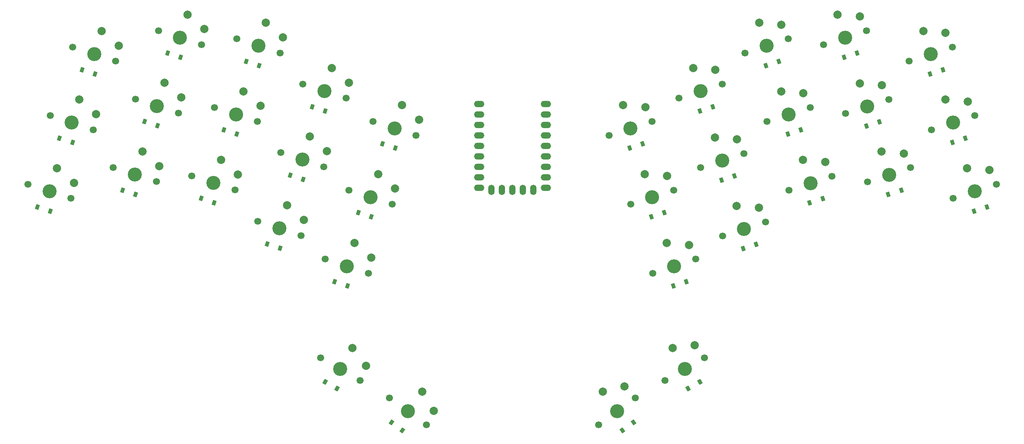
<source format=gbr>
%TF.GenerationSoftware,KiCad,Pcbnew,(6.0.7-1)-1*%
%TF.CreationDate,2023-02-18T17:29:49+08:00*%
%TF.ProjectId,karp2040,6b617270-3230-4343-902e-6b696361645f,rev?*%
%TF.SameCoordinates,Original*%
%TF.FileFunction,Soldermask,Bot*%
%TF.FilePolarity,Negative*%
%FSLAX46Y46*%
G04 Gerber Fmt 4.6, Leading zero omitted, Abs format (unit mm)*
G04 Created by KiCad (PCBNEW (6.0.7-1)-1) date 2023-02-18 17:29:49*
%MOMM*%
%LPD*%
G01*
G04 APERTURE LIST*
G04 Aperture macros list*
%AMRotRect*
0 Rectangle, with rotation*
0 The origin of the aperture is its center*
0 $1 length*
0 $2 width*
0 $3 Rotation angle, in degrees counterclockwise*
0 Add horizontal line*
21,1,$1,$2,0,0,$3*%
G04 Aperture macros list end*
%ADD10O,2.500000X1.500000*%
%ADD11O,1.500000X2.500000*%
%ADD12C,1.700000*%
%ADD13C,3.400000*%
%ADD14C,2.000000*%
%ADD15RotRect,0.900000X1.200000X324.000000*%
%ADD16RotRect,0.900000X1.200000X18.000000*%
%ADD17RotRect,0.900000X1.200000X342.000000*%
%ADD18RotRect,0.900000X1.200000X30.000000*%
%ADD19RotRect,0.900000X1.200000X330.000000*%
%ADD20RotRect,0.900000X1.200000X36.000000*%
G04 APERTURE END LIST*
D10*
%TO.C,U1*%
X301380994Y126444726D03*
X301380994Y123904726D03*
X301380994Y121364726D03*
X301380994Y118824726D03*
X301380994Y116284726D03*
X301380994Y113744726D03*
X301380994Y111204726D03*
X301380994Y108664726D03*
X301380994Y106124726D03*
D11*
X298340994Y105624726D03*
X295800994Y105624726D03*
X293260994Y105624726D03*
X290720994Y105624726D03*
X288180994Y105624726D03*
D10*
X285140994Y106124726D03*
X285140994Y108664726D03*
X285140994Y111204726D03*
X285140994Y113744726D03*
X285140994Y116284726D03*
X285140994Y118824726D03*
X285140994Y121364726D03*
X285140994Y123904726D03*
X285140994Y126444726D03*
%TD*%
D12*
%TO.C,K8*%
X272355621Y48692484D03*
D13*
X267906028Y51925302D03*
D12*
X263456434Y55158121D03*
D14*
X271373961Y56698503D03*
D15*
X263926116Y49254572D03*
X266595872Y47314880D03*
D14*
X274184697Y52060641D03*
%TD*%
D13*
%TO.C,K28*%
X365490543Y107265794D03*
D12*
X370721353Y108965388D03*
X360259732Y105566201D03*
D14*
X363667342Y112877028D03*
D16*
X365311876Y102476162D03*
X368450362Y103495918D03*
D14*
X369071561Y112424894D03*
%TD*%
D12*
%TO.C,K27*%
X354980186Y122235131D03*
X365441807Y125634318D03*
D13*
X360210997Y123934724D03*
D14*
X358387796Y129545958D03*
D16*
X360032330Y119145092D03*
D14*
X363792015Y129093824D03*
D16*
X363170816Y120164848D03*
%TD*%
D12*
%TO.C,K14*%
X231530185Y97984319D03*
D13*
X236760995Y96284725D03*
D12*
X241991806Y94585132D03*
D14*
X238584196Y101895959D03*
D17*
X233801176Y92514849D03*
D14*
X242690543Y98353655D03*
D17*
X236939662Y91495093D03*
%TD*%
D12*
%TO.C,K19*%
X332351230Y105564073D03*
D13*
X327120420Y103864479D03*
D12*
X321889609Y102164886D03*
D14*
X325297219Y109475713D03*
D16*
X326941753Y99074847D03*
X330080239Y100094603D03*
D14*
X330701438Y109023579D03*
%TD*%
D13*
%TO.C,K26*%
X354870420Y140564478D03*
D12*
X360101230Y142264072D03*
X349639609Y138864885D03*
D14*
X353047219Y146175712D03*
D16*
X354691753Y135774846D03*
X357830239Y136794602D03*
D14*
X358451438Y145723578D03*
%TD*%
D12*
%TO.C,K17*%
X258341807Y85435133D03*
X247880186Y88834320D03*
D13*
X253110996Y87134726D03*
D14*
X254934197Y92745960D03*
D17*
X250151177Y83364850D03*
X253289663Y82345094D03*
D14*
X259040544Y89203656D03*
%TD*%
D13*
%TO.C,K1*%
X191851570Y138564478D03*
D12*
X186620760Y140264072D03*
X197082381Y136864885D03*
D14*
X193674771Y144175712D03*
D17*
X188891751Y134794602D03*
D14*
X197781118Y140633408D03*
D17*
X192030237Y133774846D03*
%TD*%
D12*
%TO.C,K3*%
X175780185Y106984318D03*
D13*
X181010995Y105284724D03*
D12*
X186241806Y103585131D03*
D14*
X182834196Y110895958D03*
D17*
X178051176Y101514848D03*
X181189662Y100495092D03*
D14*
X186940543Y107353654D03*
%TD*%
D12*
%TO.C,K25*%
X330247855Y59431839D03*
D13*
X335010995Y62181839D03*
D12*
X339774135Y64931839D03*
D14*
X332060995Y67291389D03*
D18*
X335832053Y57459725D03*
D14*
X337441122Y67972736D03*
D18*
X338689937Y59109725D03*
%TD*%
D13*
%TO.C,K7*%
X201710993Y109334726D03*
D12*
X196480183Y111034320D03*
X206941804Y107635133D03*
D14*
X203534194Y114945960D03*
D17*
X198751174Y105564850D03*
X201889660Y104545094D03*
D14*
X207640541Y111403656D03*
%TD*%
D13*
%TO.C,K24*%
X349390543Y96165794D03*
D12*
X344159732Y94466201D03*
X354621353Y97865388D03*
D14*
X347567342Y101777028D03*
D16*
X349211876Y91376162D03*
X352350362Y92395918D03*
D14*
X352971561Y101324894D03*
%TD*%
D12*
%TO.C,K23*%
X338889609Y111064887D03*
X349351230Y114464074D03*
D13*
X344120420Y112764480D03*
D14*
X342297219Y118375714D03*
D16*
X343941753Y107974848D03*
X347080239Y108994604D03*
D14*
X347701438Y117923580D03*
%TD*%
D13*
%TO.C,K22*%
X338870420Y129564478D03*
D12*
X333639609Y127864885D03*
X344101230Y131264072D03*
D14*
X337047219Y135175712D03*
D16*
X338691753Y124774846D03*
X341830239Y125794602D03*
D14*
X342451438Y134723578D03*
%TD*%
D13*
%TO.C,K31*%
X384540543Y109315794D03*
D12*
X389771353Y111015388D03*
X379309732Y107616201D03*
D14*
X382717342Y114927028D03*
D16*
X384361876Y104526162D03*
D14*
X388121561Y114474894D03*
D16*
X387500362Y105545918D03*
%TD*%
D12*
%TO.C,K15*%
X269882381Y118864888D03*
D13*
X264651570Y120564481D03*
D12*
X259420760Y122264075D03*
D14*
X266474771Y126175715D03*
D17*
X261691751Y116794605D03*
X264830237Y115774849D03*
D14*
X270581118Y122633411D03*
%TD*%
D12*
%TO.C,K16*%
X253620762Y105564074D03*
X264082383Y102164887D03*
D13*
X258851572Y103864480D03*
D14*
X260674773Y109475714D03*
D17*
X255891753Y100094604D03*
D14*
X264781120Y105933410D03*
D17*
X259030239Y99074848D03*
%TD*%
D12*
%TO.C,K4*%
X256274134Y59431839D03*
X246747854Y64931839D03*
D13*
X251510994Y62181839D03*
D14*
X254460994Y67291389D03*
D19*
X247832052Y59109725D03*
X250689936Y57459725D03*
D14*
X257741121Y62972736D03*
%TD*%
D13*
%TO.C,K10*%
X226210996Y123934725D03*
D12*
X231441807Y122235132D03*
X220980186Y125634319D03*
D14*
X228034197Y129545959D03*
D17*
X223251177Y120164849D03*
X226389663Y119145093D03*
D14*
X232140544Y126003655D03*
%TD*%
D13*
%TO.C,K29*%
X373870419Y142564480D03*
D12*
X368639608Y140864887D03*
X379101229Y144264074D03*
D14*
X372047218Y148175714D03*
D16*
X373691752Y137774848D03*
D14*
X377451437Y147723580D03*
D16*
X376830238Y138794604D03*
%TD*%
D12*
%TO.C,K13*%
X247532381Y111264888D03*
X237070760Y114664075D03*
D13*
X242301570Y112964481D03*
D14*
X244124771Y118575715D03*
D17*
X239341751Y109194605D03*
X242480237Y108174849D03*
D14*
X248231118Y115033411D03*
%TD*%
D12*
%TO.C,K12*%
X242420760Y131264071D03*
X252882381Y127864884D03*
D13*
X247651570Y129564477D03*
D14*
X249474771Y135175711D03*
D17*
X244691751Y125794601D03*
X247830237Y124774845D03*
D14*
X253581118Y131633407D03*
%TD*%
D12*
%TO.C,K5*%
X217882380Y140864887D03*
X207420759Y144264074D03*
D13*
X212651569Y142564480D03*
D14*
X214474770Y148175714D03*
D17*
X209691750Y138794604D03*
X212830236Y137774848D03*
D14*
X218581117Y144633410D03*
%TD*%
D12*
%TO.C,K30*%
X374030185Y124185131D03*
X384491806Y127584318D03*
D13*
X379260996Y125884724D03*
D14*
X377437795Y131495958D03*
D16*
X379082329Y121095092D03*
X382220815Y122114848D03*
D14*
X382842014Y131043824D03*
%TD*%
D12*
%TO.C,K6*%
X201830186Y127684320D03*
X212291807Y124285133D03*
D13*
X207060996Y125984726D03*
D14*
X208884197Y131595960D03*
D17*
X204101177Y122214850D03*
X207239663Y121195094D03*
D14*
X212990544Y128053656D03*
%TD*%
D13*
%TO.C,K9*%
X231651572Y140564481D03*
D12*
X236882383Y138864888D03*
X226420762Y142264075D03*
D14*
X233474773Y146175715D03*
D17*
X228691753Y136794605D03*
X231830239Y135774849D03*
D14*
X237581120Y142633411D03*
%TD*%
D12*
%TO.C,K32*%
X399901228Y140264072D03*
D13*
X394670418Y138564478D03*
D12*
X389439607Y136864885D03*
D14*
X392847217Y144175712D03*
D16*
X394491751Y133774846D03*
D14*
X398251436Y143723578D03*
D16*
X397630237Y134794602D03*
%TD*%
D12*
%TO.C,K11*%
X225991807Y105635132D03*
X215530186Y109034319D03*
D13*
X220760996Y107334725D03*
D14*
X222584197Y112945959D03*
D17*
X217801177Y103564849D03*
D14*
X226690544Y109403655D03*
D17*
X220939663Y102545093D03*
%TD*%
D12*
%TO.C,K20*%
X337691807Y88834319D03*
D13*
X332460997Y87134725D03*
D12*
X327230186Y85435132D03*
D14*
X330637796Y92745959D03*
D16*
X332282330Y82345093D03*
D14*
X336042015Y92293825D03*
D16*
X335420816Y83364849D03*
%TD*%
D12*
%TO.C,K18*%
X316639608Y118864886D03*
D13*
X321870419Y120564479D03*
D12*
X327101229Y122264073D03*
D14*
X320047218Y126175713D03*
D16*
X321691752Y115774847D03*
X324830238Y116794603D03*
D14*
X325451437Y125723579D03*
%TD*%
D12*
%TO.C,K21*%
X314166367Y48692484D03*
D13*
X318615960Y51925302D03*
D12*
X323065554Y55158121D03*
D14*
X315148027Y56698503D03*
D20*
X319926116Y47314880D03*
D14*
X320427461Y57938493D03*
D20*
X322595872Y49254572D03*
%TD*%
D12*
%TO.C,K34*%
X400080185Y103585132D03*
X410541806Y106984319D03*
D13*
X405310996Y105284725D03*
D14*
X403487795Y110895959D03*
D16*
X405132329Y100495093D03*
X408270815Y101514849D03*
D14*
X408892014Y110443825D03*
%TD*%
D12*
%TO.C,K33*%
X405291807Y123634319D03*
X394830186Y120235132D03*
D13*
X400060997Y121934725D03*
D14*
X398237796Y127545959D03*
D16*
X399882330Y117145093D03*
D14*
X403642015Y127093825D03*
D16*
X403020816Y118164849D03*
%TD*%
D12*
%TO.C,K2*%
X181180185Y123634320D03*
D13*
X186410995Y121934726D03*
D12*
X191641806Y120235133D03*
D14*
X188234196Y127545960D03*
D17*
X183451176Y118164850D03*
D14*
X192340543Y124003656D03*
D17*
X186589662Y117145094D03*
%TD*%
M02*

</source>
